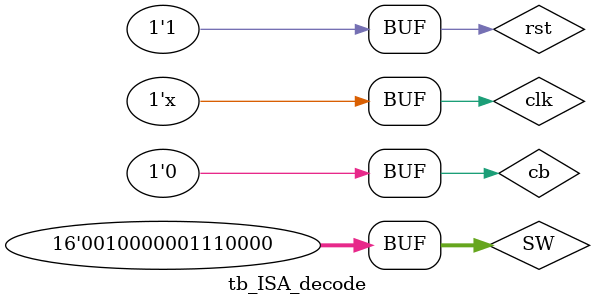
<source format=v>
`timescale 1ns / 1ps


module tb_ISA_decode;
    reg clk;
    reg rst;
    reg cb;
    reg[15:0] SW;
    wire [7:0] AN;
    wire [7:0] CAT;
    wire [15:0]rs_data;
    wire [15:0]rd_data;
    
    ISA_decode tries(
    .clk(clk),
    .rst(rst),
    .cb(cb),
    .SW(SW),
    .AN(AN),
    .CAT(CAT),
    .RD_data(rd_data),
    .RS_data(rs_data)
    );  
    
    always #5 clk = (clk ^ 1'b1); 
    
    initial begin
    clk = 0;
    #200
    rst = 1;
    #10
    SW = 16'b0001000000011101;
    cb = 1;
    #20
    cb = 0;
    #200
    SW = 16'b0001011100001110;
    cb = 1;
    #20
    cb = 0;
    #200
    SW = 16'b0010000001110000;
    cb = 1;
    #20
    cb = 0;
        
    end
    
endmodule

</source>
